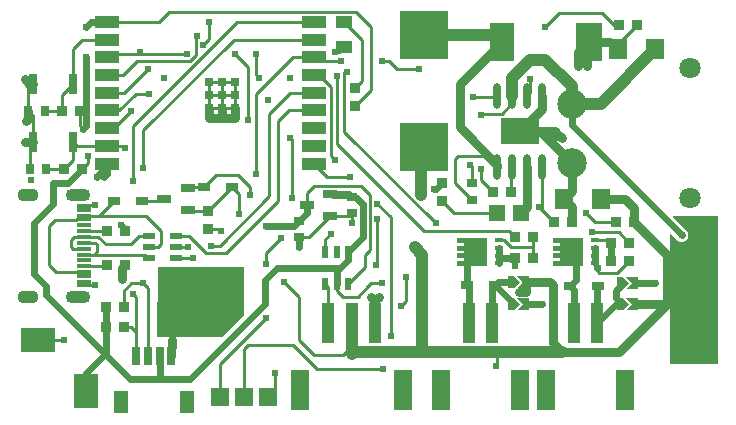
<source format=gtl>
G04 Layer: TopLayer*
G04 EasyEDA v6.5.47, 2024-10-31 16:23:14*
G04 d01961b007cd42f0ad862483726119fd,f99730456eb041dfa0a19156df6b2b6d,10*
G04 Gerber Generator version 0.2*
G04 Scale: 100 percent, Rotated: No, Reflected: No *
G04 Dimensions in millimeters *
G04 leading zeros omitted , absolute positions ,4 integer and 5 decimal *
%FSLAX45Y45*%
%MOMM*%

%AMMACRO1*21,1,$1,$2,0,0,$3*%
%AMMACRO2*4,1,5,-0.508,0.508,0,0.508,0.508,0,0,-0.508,-0.508,-0.508,-0.508,0.508,0*%
%AMMACRO3*4,1,5,-0.508,0.508,0.508,0.508,0.508,-0.508,-0.508,-0.508,0,0,-0.508,0.508,0*%
%AMMACRO4*4,1,22,1.2641,-1.2243,-0.6638,-1.2243,-0.6638,-1.176,-1.2641,-1.176,-1.2641,-0.7747,-0.6638,-0.7747,-0.6638,-0.5258,-1.2641,-0.5258,-1.2641,-0.1245,-0.6638,-0.1245,-0.6638,0.1245,-1.2641,0.1245,-1.2641,0.5258,-0.6638,0.5258,-0.6638,0.7747,-1.2641,0.7747,-0.6638,0.7747,-1.2641,0.7747,-1.2641,1.176,-0.6638,1.176,-0.6638,1.2243,1.2641,1.2243,1.2641,-1.2243,0*%
%ADD10C,0.2540*%
%ADD11C,0.6000*%
%ADD12C,0.8000*%
%ADD13C,1.0000*%
%ADD14R,0.9000X0.8000*%
%ADD15R,0.8000X0.9000*%
%ADD16MACRO1,1.35X1.41X90.0000*%
%ADD17R,1.0000X0.7500*%
%ADD18R,1.0720X0.5320*%
%ADD19MACRO1,3.24X2.1575X90.0000*%
%ADD20R,2.1575X3.2400*%
%ADD21R,1.0000X3.5000*%
%ADD22R,1.5000X3.5000*%
%ADD23MACRO2*%
%ADD24MACRO3*%
%ADD25R,4.1000X4.0500*%
%ADD26R,1.2500X0.7000*%
%ADD27R,0.8000X1.7000*%
%ADD28R,0.7500X0.3500*%
%ADD29MACRO4*%
%ADD30R,2.0000X1.0000*%
%ADD31R,0.7000X0.7000*%
%ADD32MACRO1,1.1989X1.8009X0.0000*%
%ADD33MACRO1,0.5994X1.5494X0.0000*%
%ADD34MACRO1,0.602X1.5494X0.0000*%
%ADD35MACRO1,1.2014X1.8009X0.0000*%
%ADD36R,3.3000X2.3000*%
%ADD37O,0.6999986X2.1999956000000003*%
%ADD38MACRO1,1.728X1.485X90.0000*%
%ADD39R,0.6000X1.1000*%
%ADD40R,1.1500X0.3000*%
%ADD41MACRO1,0.3X1.15X-90.0000*%
%ADD42R,1.5240X1.5240*%
%ADD43MACRO1,1X1.3995X90.0000*%
%ADD44R,1.3995X1.0000*%
%ADD45R,2.0000X3.0000*%
%ADD46R,3.0000X2.0000*%
%ADD47MACRO1,0.864X0.8065X-90.0000*%
%ADD48MACRO1,0.864X0.8065X90.0000*%
%ADD49MACRO1,0.864X0.8065X0.0000*%
%ADD50R,0.8640X0.8065*%
%ADD51C,2.5000*%
%ADD52C,1.8000*%
%ADD53O,2.0999958X1.0999978000000001*%
%ADD54O,1.7999964X1.0999978000000001*%
%ADD55C,0.6200*%
%ADD56C,0.0192*%

%LPD*%
G36*
X1229563Y-2819400D02*
G01*
X1225651Y-2818587D01*
X1222298Y-2816352D01*
X1220114Y-2812999D01*
X1219403Y-2809036D01*
X1231696Y-2232456D01*
X1232509Y-2228646D01*
X1234744Y-2225395D01*
X1237996Y-2223262D01*
X1241856Y-2222500D01*
X1945639Y-2222500D01*
X1949551Y-2223262D01*
X1952802Y-2225497D01*
X1955038Y-2228748D01*
X1955800Y-2232660D01*
X1955800Y-2634538D01*
X1955038Y-2638399D01*
X1952802Y-2641701D01*
X1778101Y-2816402D01*
X1774799Y-2818638D01*
X1770938Y-2819400D01*
G37*

%LPD*%
G36*
X5572760Y-3048000D02*
G01*
X5568848Y-3047238D01*
X5565597Y-3045002D01*
X5563362Y-3041751D01*
X5562600Y-3037840D01*
X5562600Y-1957781D01*
X5563362Y-1953920D01*
X5565597Y-1950618D01*
X5568848Y-1948383D01*
X5572760Y-1947621D01*
X5576671Y-1948383D01*
X5579922Y-1950618D01*
X5617108Y-1987804D01*
X5623153Y-1995170D01*
X5630367Y-2001520D01*
X5638596Y-2006600D01*
X5647537Y-2010156D01*
X5656986Y-2012188D01*
X5666638Y-2012645D01*
X5676188Y-2011375D01*
X5685383Y-2008581D01*
X5694019Y-2004212D01*
X5701792Y-1998472D01*
X5708446Y-1991512D01*
X5713831Y-1983536D01*
X5717844Y-1974748D01*
X5720232Y-1965401D01*
X5721096Y-1955800D01*
X5720232Y-1946198D01*
X5717844Y-1936851D01*
X5713831Y-1928063D01*
X5708446Y-1920087D01*
X5701792Y-1913128D01*
X5696610Y-1909165D01*
X5595518Y-1808022D01*
X5593283Y-1804771D01*
X5592521Y-1800860D01*
X5593283Y-1796948D01*
X5595518Y-1793697D01*
X5598820Y-1791462D01*
X5602681Y-1790700D01*
X5963920Y-1790700D01*
X5967831Y-1791462D01*
X5971082Y-1793697D01*
X5973318Y-1796948D01*
X5974080Y-1800860D01*
X5974080Y-3037840D01*
X5973318Y-3041751D01*
X5971082Y-3045002D01*
X5967831Y-3047238D01*
X5963920Y-3048000D01*
G37*

%LPD*%
D10*
X1104900Y-2362200D02*
G01*
X1003300Y-2362200D01*
X938936Y-2426563D01*
X938936Y-2565400D01*
X938936Y-2730500D02*
G01*
X998743Y-2730500D01*
X1043812Y-2775569D01*
X1016000Y-2451100D02*
G01*
X1043812Y-2478912D01*
X1043812Y-2981264D01*
D11*
X788263Y-2730500D02*
G01*
X788263Y-2955310D01*
X779586Y-2963986D01*
X788263Y-2565400D02*
G01*
X788263Y-2730500D01*
X1155700Y-3175000D02*
G01*
X1498600Y-3175000D01*
X2133600Y-2540000D01*
X2133600Y-2336800D01*
X2235200Y-2235200D01*
X2768600Y-2235200D01*
X2838195Y-2165604D01*
X2838195Y-2100326D01*
X779586Y-2963986D02*
G01*
X622300Y-3121273D01*
X622300Y-3276600D01*
D10*
X1562100Y-266700D02*
G01*
X1549400Y-279400D01*
X1549400Y-431800D01*
X1498600Y-482600D01*
X1054100Y-482600D01*
X937412Y-599287D01*
X801395Y-599287D01*
X2806700Y-359029D02*
G01*
X2759329Y-406400D01*
X2730500Y-406400D01*
X2895600Y-862736D02*
G01*
X3035300Y-723036D01*
X3035300Y-190500D01*
X2908300Y-63500D01*
X1320800Y-63500D01*
X1234998Y-149301D01*
X801395Y-149301D01*
X2806700Y-148970D02*
G01*
X2959100Y-301370D01*
X2959100Y-648563D01*
X2895600Y-712063D01*
X3581400Y-1854200D02*
G01*
X2806700Y-1079500D01*
X2806700Y-571500D01*
X2832100Y-571500D01*
X2838195Y-2370201D02*
G01*
X2984500Y-2223896D01*
X2984500Y-2120900D01*
X3022600Y-2082800D01*
X3022600Y-1612900D01*
X2946400Y-1536700D01*
X2552700Y-1536700D01*
X2490800Y-1598599D01*
X2490800Y-1701800D01*
X2730500Y-1320800D02*
G01*
X2692400Y-1282700D01*
X2692400Y-698500D01*
X2593187Y-599287D01*
X2551404Y-599287D01*
X3073400Y-2209800D02*
G01*
X3086100Y-2197100D01*
X3086100Y-1816100D01*
X2159000Y-3327400D02*
G01*
X2222500Y-3263900D01*
X2222500Y-3124200D01*
X3136900Y-3086100D02*
G01*
X2578100Y-3086100D01*
X2374900Y-2882900D01*
X1993900Y-2882900D01*
X1955800Y-2921000D01*
X1955800Y-3327400D01*
X3086100Y-1689100D02*
G01*
X3200400Y-1803400D01*
X3200400Y-2806700D01*
X2551404Y-1349298D02*
G01*
X2662605Y-1460500D01*
X2857500Y-1460500D01*
X2146300Y-2654300D02*
G01*
X1752600Y-3048000D01*
X1752600Y-3327400D01*
X2273300Y-1981200D02*
G01*
X2146300Y-2108200D01*
X2146300Y-2197100D01*
X2551404Y-449300D02*
G01*
X2370099Y-449300D01*
X2057400Y-762000D01*
X2057400Y-1435100D01*
X1879600Y-419100D02*
G01*
X1993900Y-533400D01*
X1993900Y-977900D01*
X1993900Y-977900D01*
X2551429Y-299212D02*
G01*
X1872487Y-299212D01*
X1104900Y-1066800D01*
X1104900Y-1384300D01*
X1485900Y-2057400D02*
G01*
X1384909Y-2057400D01*
X1765300Y-1917700D02*
G01*
X1751736Y-1904136D01*
X1651000Y-1904136D01*
X2870200Y-1771802D02*
G01*
X2870200Y-1854200D01*
X605510Y-1709699D02*
G01*
X613410Y-1701800D01*
X698500Y-1701800D01*
X605510Y-2379700D02*
G01*
X610311Y-2374900D01*
X698500Y-2374900D01*
X605536Y-2299690D02*
G01*
X605536Y-2269693D01*
X860640Y-1663700D02*
G01*
X734631Y-1789709D01*
X605510Y-1789709D01*
X605510Y-1789709D02*
G01*
X1129309Y-1789709D01*
X1257300Y-1917700D01*
X1257300Y-2032000D01*
X1231900Y-2057400D01*
X1155090Y-2057400D01*
D11*
X3632200Y-1512163D02*
G01*
X3582263Y-1562100D01*
X3568700Y-1562100D01*
X2425700Y-2057400D02*
G01*
X2425700Y-1975002D01*
X914400Y-1866900D02*
G01*
X951636Y-1904136D01*
X951636Y-1917700D01*
X711200Y-1460500D02*
G01*
X801395Y-1370304D01*
X801395Y-1349298D01*
X774700Y-1460500D02*
G01*
X801395Y-1433804D01*
X801395Y-1349298D01*
X2425700Y-1834997D02*
G01*
X2381097Y-1879600D01*
X2146300Y-1879600D01*
X2425700Y-1834997D02*
G01*
X2490800Y-1769897D01*
X2490800Y-1701800D02*
G01*
X2490800Y-1769897D01*
X1243837Y-2981197D02*
G01*
X1243329Y-3175000D01*
X2870200Y-1631797D02*
G01*
X2845206Y-1606804D01*
X2690799Y-1606804D01*
X2870200Y-1631797D02*
G01*
X2901797Y-1631797D01*
X2964510Y-1694510D01*
X2964510Y-1973884D01*
X2838195Y-2100198D01*
X2768600Y-2235200D02*
G01*
X2743200Y-2260600D01*
X2743200Y-2370201D01*
X583437Y-1397000D02*
G01*
X469137Y-1511300D01*
X342900Y-1511300D01*
X342900Y-1689100D01*
X177800Y-1854200D01*
X177800Y-2286000D01*
X279400Y-2387600D01*
X279400Y-2463800D01*
X990600Y-3175000D01*
X1155700Y-3175000D01*
X596900Y-1054100D02*
G01*
X622300Y-1028700D01*
X622300Y-444500D01*
X622300Y-190500D02*
G01*
X663498Y-149301D01*
X801395Y-149301D01*
D12*
X101600Y-635000D02*
G01*
X139700Y-673100D01*
X172897Y-673100D01*
X114300Y-990600D02*
G01*
X133197Y-971702D01*
X133197Y-901700D01*
X172897Y-1168400D02*
G01*
X101600Y-1168400D01*
X951636Y-2209800D02*
G01*
X927100Y-2234336D01*
X927100Y-2324100D01*
X1346200Y-2844800D02*
G01*
X1343913Y-2981197D01*
X3098800Y-2476500D02*
G01*
X3070199Y-2505100D01*
X3070199Y-2699499D01*
X3035300Y-2476500D02*
G01*
X3070199Y-2511399D01*
X3070199Y-2699499D01*
D10*
X3098800Y-2476500D02*
G01*
X3070199Y-2505100D01*
X3070199Y-2699499D01*
X3035300Y-2476500D02*
G01*
X3070199Y-2511399D01*
X3070199Y-2699499D01*
X2349500Y-1130300D02*
G01*
X2362200Y-1143000D01*
X2362200Y-1638300D01*
X801395Y-449300D02*
G01*
X831595Y-419100D01*
X1473200Y-419100D01*
X2648204Y-2100198D02*
G01*
X2648204Y-1987295D01*
X2692400Y-1943100D01*
D12*
X1778000Y-965200D02*
G01*
X1772386Y-959586D01*
X1772386Y-879297D01*
X1663700Y-965200D02*
G01*
X1662429Y-879347D01*
X1778000Y-965200D02*
G01*
X1663700Y-965200D01*
X1879600Y-965200D02*
G01*
X1778000Y-965200D01*
X1882394Y-879297D02*
G01*
X1879600Y-882091D01*
X1879600Y-965200D01*
X4877130Y-317500D02*
G01*
X4787900Y-406730D01*
X4787900Y-520700D01*
X4877130Y-317500D02*
G01*
X4864100Y-330530D01*
X4864100Y-520700D01*
X4648200Y-1130300D02*
G01*
X4636983Y-1119083D01*
X4509284Y-1119083D01*
X4597400Y-1079500D02*
G01*
X4592320Y-1074420D01*
X4464621Y-1074420D01*
D13*
X3403600Y-2057400D02*
G01*
X3467648Y-2121448D01*
X3467648Y-2946400D01*
X3479800Y-1209090D02*
G01*
X3454400Y-1234490D01*
X3454400Y-1616786D01*
X2870200Y-2699499D02*
G01*
X2870200Y-2959100D01*
X2882900Y-2946400D01*
X4648200Y-2946400D01*
D12*
X5537200Y-2540000D02*
G01*
X5130800Y-2946400D01*
X4648200Y-2946400D01*
X4572000Y-2870200D01*
X4572000Y-2374900D01*
X4546600Y-2349500D01*
X4348048Y-2349500D01*
X4348048Y-2433751D01*
X4286656Y-2433751D01*
D10*
X5218836Y-2171700D02*
G01*
X5117236Y-2273300D01*
X4965700Y-2273300D01*
X4929352Y-2236952D01*
X4929352Y-2192997D01*
X4457700Y-1714500D02*
G01*
X4483100Y-1739137D01*
X5106268Y-1841500D02*
G01*
X4927600Y-1841500D01*
X4851400Y-1765300D01*
X5282336Y-177800D02*
G01*
X5123941Y-336194D01*
X5123941Y-381000D01*
X4102100Y-1381760D02*
G01*
X4003040Y-1282700D01*
X3771900Y-1282700D01*
X3746500Y-1308100D01*
X3746500Y-1517802D01*
X3886200Y-1657502D01*
X3962400Y-939800D02*
G01*
X3975100Y-927100D01*
X4140200Y-927100D01*
X4229100Y-838200D01*
X4229100Y-777239D01*
X4064863Y-1587500D02*
G01*
X3962400Y-1485036D01*
X3962400Y-1397000D01*
X3873500Y-1358900D02*
G01*
X3886200Y-1371600D01*
X3886200Y-1517497D01*
X4102100Y-777239D02*
G01*
X4091940Y-787400D01*
X3898900Y-787400D01*
D12*
X4139869Y-317500D02*
G01*
X3784600Y-672769D01*
X3784600Y-1041400D01*
X4102100Y-1358900D01*
X4102100Y-1381760D01*
X4292600Y-1074420D02*
G01*
X4464621Y-1074420D01*
X4732400Y-1342199D01*
X4483100Y-777239D02*
G01*
X4483100Y-883920D01*
X4292600Y-1074420D01*
X5123941Y-381000D02*
G01*
X5060441Y-317500D01*
X4877130Y-317500D01*
D10*
X1143000Y-546100D02*
G01*
X939800Y-749300D01*
X801395Y-749300D01*
X5218836Y-2019300D02*
G01*
X5129936Y-1930400D01*
X4902200Y-1930400D01*
X4116552Y-1998002D02*
G01*
X4157002Y-1998002D01*
X4215500Y-2056500D01*
X4406036Y-2056500D01*
X4406036Y-1968500D02*
G01*
X4406036Y-2146300D01*
X4929352Y-1998002D02*
G01*
X5046865Y-1998002D01*
X5068163Y-2019300D01*
D11*
X5068163Y-2171700D02*
G01*
X5068163Y-2019300D01*
X4929352Y-2127999D02*
G01*
X4929352Y-2192997D01*
X4929352Y-2063000D02*
G01*
X4929352Y-2127999D01*
X4116552Y-2127999D02*
G01*
X4134853Y-2146300D01*
X4255363Y-2146300D01*
X4116552Y-2127999D02*
G01*
X4116552Y-2192997D01*
X4116552Y-2063000D02*
G01*
X4116552Y-2127999D01*
X3845140Y-2374900D02*
G01*
X3862400Y-2392159D01*
X3862400Y-2699486D01*
X3960647Y-2095258D02*
G01*
X3845140Y-2210765D01*
X3845140Y-2374900D01*
X4721440Y-2387600D02*
G01*
X4773447Y-2335593D01*
X4773447Y-2095258D01*
X4721440Y-2387600D02*
G01*
X4751400Y-2417559D01*
X4751400Y-2699486D01*
X4079659Y-2374900D02*
G01*
X4105059Y-2349500D01*
X4241800Y-2349500D01*
X4241800Y-2540000D02*
G01*
X4079659Y-2377859D01*
X4079659Y-2374900D01*
X4079659Y-2374900D02*
G01*
X4062399Y-2392159D01*
X4062399Y-2699486D01*
X4955959Y-2387600D02*
G01*
X4951399Y-2392159D01*
X4951399Y-2699486D01*
X4483100Y-2540000D02*
G01*
X4343400Y-2540000D01*
X5664200Y-1955800D02*
G01*
X4732400Y-1024001D01*
X4732400Y-842200D01*
X5270500Y-2362200D02*
G01*
X5435600Y-2362200D01*
X4951399Y-2699486D02*
G01*
X5110886Y-2540000D01*
X5168900Y-2540000D01*
X5168900Y-2362200D02*
G01*
X5105400Y-2425700D01*
X5105400Y-2489200D01*
X5156200Y-2540000D01*
X5168900Y-2540000D01*
D12*
X5257038Y-1841500D02*
G01*
X5537200Y-2121662D01*
X5537200Y-2540000D01*
X5275072Y-2540000D01*
X4666741Y-1651000D02*
G01*
X4736236Y-1720494D01*
X4736236Y-1841500D01*
X4985258Y-1651000D02*
G01*
X5181600Y-1651000D01*
X5256936Y-1726336D01*
X5256936Y-1841500D01*
X4666741Y-1651000D02*
G01*
X4732400Y-1585340D01*
X4732400Y-1342199D01*
X4356100Y-1381760D02*
G01*
X4356100Y-1712899D01*
X4303699Y-1765300D01*
D10*
X3632200Y-1662836D02*
G01*
X3734663Y-1765300D01*
X4103700Y-1765300D01*
X4483100Y-1381760D02*
G01*
X4483100Y-1739036D01*
X4585563Y-1841500D01*
X4229100Y-1381760D02*
G01*
X4215536Y-1395323D01*
X4215536Y-1587500D01*
X4508500Y-190500D02*
G01*
X4622800Y-76200D01*
X4991100Y-76200D01*
X5092700Y-177800D01*
X5131663Y-177800D01*
X4356100Y-777239D02*
G01*
X4381500Y-751839D01*
X4381500Y-635000D01*
D13*
X4229100Y-777239D02*
G01*
X4229100Y-622300D01*
X4381500Y-469900D01*
X4508500Y-469900D01*
X4732274Y-693673D01*
X4732274Y-842263D01*
X4732400Y-842200D02*
G01*
X4981257Y-842200D01*
X5442458Y-381000D01*
X4139869Y-317500D02*
G01*
X4086479Y-264109D01*
X3479800Y-264109D01*
D10*
X1104900Y-2362200D02*
G01*
X1143888Y-2401188D01*
X1143888Y-2981261D01*
X2551404Y-149301D02*
G01*
X1895398Y-149301D01*
X1041400Y-1003300D01*
X1016000Y-1028700D01*
X1016000Y-1498600D01*
X2298700Y-2349500D02*
G01*
X2425700Y-2476500D01*
X2425700Y-2844800D01*
X2552700Y-2971800D01*
X2794000Y-2971800D01*
X2870200Y-2895600D01*
X2870200Y-2699499D01*
X1857159Y-1549400D02*
G01*
X1917700Y-1609940D01*
X1917700Y-1778000D01*
X2648204Y-2370201D02*
G01*
X2670200Y-2392197D01*
X2670200Y-2699499D01*
X2690799Y-1796795D02*
G01*
X2512593Y-1975002D01*
X2425700Y-1975002D01*
X2870200Y-1771802D02*
G01*
X2845206Y-1796795D01*
X2690799Y-1796795D01*
X2690799Y-1606804D02*
G01*
X2715793Y-1631797D01*
X2870200Y-1631797D01*
X2006600Y-1612900D02*
G01*
X2006600Y-1549400D01*
X1905000Y-1447800D01*
X1724240Y-1447800D01*
X1622640Y-1549400D01*
X2425700Y-1834997D02*
G01*
X2381097Y-1879600D01*
X2146300Y-1879600D01*
X2425700Y-1834997D02*
G01*
X2490800Y-1769897D01*
X2490800Y-1701800D01*
X1772386Y-769289D02*
G01*
X1772386Y-879297D01*
X1662404Y-659282D02*
G01*
X1772386Y-659282D01*
X1662404Y-659282D02*
G01*
X1662404Y-769289D01*
X1772386Y-769289D02*
G01*
X1662404Y-769289D01*
X1882394Y-659282D02*
G01*
X1882394Y-769289D01*
X1772386Y-659282D02*
G01*
X1882394Y-659282D01*
X1772386Y-769289D02*
G01*
X1772386Y-659282D01*
X1882394Y-769289D02*
G01*
X1772386Y-769289D01*
X1882394Y-879297D02*
G01*
X1882394Y-769289D01*
X1772386Y-879297D02*
G01*
X1882394Y-879297D01*
X1662404Y-879297D02*
G01*
X1772386Y-879297D01*
X1662404Y-769289D02*
G01*
X1662404Y-879297D01*
X596900Y-1054100D02*
G01*
X570636Y-1027836D01*
X570636Y-901700D01*
X583336Y-1397000D02*
G01*
X635000Y-1345336D01*
X635000Y-1282700D01*
X133197Y-901700D02*
G01*
X172897Y-941400D01*
X172897Y-1168400D01*
X172897Y-673100D02*
G01*
X133197Y-712800D01*
X133197Y-901700D01*
X801395Y-299288D02*
G01*
X589711Y-299288D01*
X508000Y-381000D01*
X512902Y-385902D01*
X512902Y-673100D01*
X512902Y-673100D02*
G01*
X419963Y-766038D01*
X419963Y-901700D01*
X273202Y-901700D02*
G01*
X419963Y-901700D01*
X285902Y-1397000D02*
G01*
X432663Y-1397000D01*
X432663Y-1397000D02*
G01*
X512902Y-1316761D01*
X512902Y-1168400D01*
X172897Y-1168400D02*
G01*
X145897Y-1195400D01*
X145897Y-1397000D01*
X512902Y-1168400D02*
G01*
X543788Y-1199286D01*
X801395Y-1199286D01*
X1857247Y-1549400D02*
G01*
X1651000Y-1753362D01*
X1484299Y-1556004D02*
G01*
X1490903Y-1549400D01*
X1622640Y-1549400D01*
X1484299Y-1745995D02*
G01*
X1491767Y-1753463D01*
X1651000Y-1753463D01*
X1284300Y-1651000D02*
G01*
X1271600Y-1663700D01*
X1095159Y-1663700D01*
X1524000Y-2146300D02*
G01*
X1517904Y-2152395D01*
X1384909Y-2152395D01*
X2551404Y-749300D02*
G01*
X2349500Y-749300D01*
X2184400Y-914400D01*
X2171700Y-927100D01*
X2171700Y-1625600D01*
X1752600Y-2044700D01*
X1676400Y-2044700D01*
X605510Y-2119706D02*
G01*
X1122400Y-2119706D01*
X1155090Y-2152395D01*
X1155192Y-1962404D02*
G01*
X1072895Y-1962404D01*
X1003300Y-2032000D01*
X787400Y-2032000D01*
X722629Y-1969770D01*
X605536Y-1969770D01*
X800963Y-2209800D02*
G01*
X791057Y-2219705D01*
X605510Y-2219705D01*
X800862Y-1917700D02*
G01*
X605536Y-1919731D01*
X605510Y-2019706D02*
G01*
X698906Y-2019706D01*
X711200Y-2032000D01*
X711200Y-2095500D01*
X686993Y-2119706D01*
X605510Y-2119706D01*
X605536Y-1969770D02*
G01*
X519429Y-1969770D01*
X495300Y-1993900D01*
X495300Y-2057400D01*
X508507Y-2069592D01*
X605536Y-2069592D01*
X801395Y-1049299D02*
G01*
X855700Y-1049299D01*
X1003300Y-901700D01*
X801395Y-1199286D02*
G01*
X932586Y-1199286D01*
X952500Y-1219200D01*
X2551404Y-449300D02*
G01*
X2584704Y-482600D01*
X2781300Y-482600D01*
X3124200Y-482600D02*
G01*
X3187700Y-482600D01*
X3251200Y-546100D01*
X3441700Y-546100D01*
X1155700Y-762000D02*
G01*
X1041400Y-762000D01*
X904112Y-899287D01*
X801395Y-899287D01*
X2057400Y-419100D02*
G01*
X2057400Y-596900D01*
X2082800Y-622300D01*
X1663700Y-152400D02*
G01*
X1663700Y-292100D01*
X1612900Y-342900D01*
X4255261Y-1968500D02*
G01*
X4204461Y-1917700D01*
X3479800Y-1917700D01*
X2743200Y-1181100D01*
X2743200Y-609600D01*
X1384807Y-1962404D02*
G01*
X1492504Y-1962404D01*
X1638300Y-2108200D01*
X1803400Y-2108200D01*
X2247900Y-1663700D01*
X2247900Y-990600D01*
X2339340Y-899413D01*
X2551429Y-899413D01*
X605536Y-1789684D02*
G01*
X572515Y-1789684D01*
X533400Y-1828800D01*
X355600Y-1828800D01*
X304800Y-1879600D01*
X304800Y-2209800D01*
X364744Y-2269744D01*
X605536Y-2269744D01*
X431800Y-2844800D02*
G01*
X215900Y-2844800D01*
X4089400Y-3060700D02*
G01*
X4102341Y-3047758D01*
X4102341Y-2946400D01*
X2743200Y-2370201D02*
G01*
X2743200Y-2425700D01*
X2794000Y-2476500D01*
X2921000Y-2476500D01*
X3009900Y-2387600D01*
X3035300Y-2362200D01*
X3124200Y-2362200D01*
X3289300Y-2552700D02*
G01*
X3327400Y-2514600D01*
X3327400Y-2311400D01*
X4255008Y-2212339D02*
G01*
X4255261Y-2146300D01*
X4953000Y-2235200D02*
G01*
X4929327Y-2211527D01*
X4929327Y-2193010D01*
D14*
G01*
X2425700Y-1834997D03*
G01*
X2425700Y-1975002D03*
G01*
X2870200Y-1631797D03*
G01*
X2870200Y-1771802D03*
G01*
X3886200Y-1517497D03*
G01*
X3886200Y-1657502D03*
D15*
G01*
X285902Y-1397000D03*
G01*
X145897Y-1397000D03*
G01*
X273202Y-901700D03*
G01*
X133197Y-901700D03*
D16*
G01*
X4303702Y-1765300D03*
G01*
X4103697Y-1765300D03*
D17*
G01*
X860653Y-1663700D03*
G01*
X1095146Y-1663700D03*
G01*
X3845153Y-2374900D03*
G01*
X4079646Y-2374900D03*
G01*
X1857146Y-1549400D03*
G01*
X1622653Y-1549400D03*
G01*
X4721453Y-2387600D03*
G01*
X4955946Y-2387600D03*
D18*
G01*
X1384909Y-2152395D03*
G01*
X1384909Y-2057400D03*
G01*
X1384909Y-1962404D03*
G01*
X1155090Y-1962404D03*
G01*
X1155090Y-2057400D03*
G01*
X1155090Y-2152395D03*
D19*
G01*
X4877123Y-317500D03*
D20*
G01*
X4139869Y-317500D03*
D21*
G01*
X3862400Y-2699486D03*
G01*
X4062399Y-2699486D03*
D22*
G01*
X3627399Y-3269487D03*
G01*
X4297400Y-3269487D03*
D21*
G01*
X4751400Y-2699486D03*
G01*
X4951399Y-2699486D03*
D22*
G01*
X4516399Y-3269487D03*
G01*
X5186400Y-3269487D03*
D23*
G01*
X5168900Y-2362200D03*
D24*
G01*
X5245100Y-2362200D03*
D23*
G01*
X5168900Y-2540000D03*
D24*
G01*
X5245100Y-2540000D03*
D23*
G01*
X4241800Y-2540000D03*
D24*
G01*
X4318000Y-2540000D03*
D23*
G01*
X4241800Y-2349500D03*
D24*
G01*
X4318000Y-2349500D03*
D25*
G01*
X3479800Y-264109D03*
G01*
X3479800Y-1209090D03*
D26*
G01*
X1484299Y-1745995D03*
G01*
X1484299Y-1556004D03*
G01*
X1284300Y-1651000D03*
D27*
G01*
X512902Y-1168400D03*
G01*
X172897Y-1168400D03*
G01*
X512902Y-673100D03*
G01*
X172897Y-673100D03*
D22*
G01*
X2435199Y-3269487D03*
D21*
G01*
X3070199Y-2699486D03*
G01*
X2870200Y-2699486D03*
G01*
X2670200Y-2699486D03*
D22*
G01*
X3305200Y-3269487D03*
D26*
G01*
X2690799Y-1796795D03*
G01*
X2690799Y-1606804D03*
G01*
X2490800Y-1701800D03*
D28*
G01*
X4116527Y-1998014D03*
G01*
X4116527Y-2063013D03*
G01*
X4116527Y-2127986D03*
G01*
X4116527Y-2193010D03*
D29*
G01*
X3892054Y-2095309D03*
D28*
G01*
X4929327Y-1998014D03*
G01*
X4929327Y-2063013D03*
G01*
X4929327Y-2127986D03*
G01*
X4929327Y-2193010D03*
D29*
G01*
X4704854Y-2095309D03*
D30*
G01*
X801395Y-149301D03*
G01*
X801395Y-299288D03*
G01*
X801395Y-449300D03*
G01*
X801395Y-599287D03*
G01*
X801395Y-749300D03*
G01*
X801395Y-899287D03*
G01*
X801395Y-1049299D03*
G01*
X801395Y-1199286D03*
G01*
X801395Y-1349298D03*
G01*
X2551404Y-1349298D03*
G01*
X2551404Y-1199286D03*
G01*
X2551404Y-1049299D03*
G01*
X2551404Y-899287D03*
G01*
X2551404Y-749300D03*
G01*
X2551404Y-599287D03*
G01*
X2551404Y-449300D03*
G01*
X2551404Y-299288D03*
G01*
X2551404Y-149301D03*
D31*
G01*
X1662404Y-659282D03*
G01*
X1662404Y-769289D03*
G01*
X1662404Y-879297D03*
G01*
X1772386Y-659282D03*
G01*
X1772386Y-769289D03*
G01*
X1772386Y-879297D03*
G01*
X1882394Y-879297D03*
G01*
X1882394Y-769289D03*
G01*
X1882394Y-659282D03*
D32*
G01*
X913757Y-3368725D03*
D33*
G01*
X1343779Y-2981248D03*
D34*
G01*
X1243830Y-2981248D03*
D33*
G01*
X1143881Y-2981248D03*
G01*
X1043805Y-2981248D03*
D35*
G01*
X1473827Y-3368725D03*
D36*
G01*
X4292600Y-1074420D03*
D37*
G01*
X4483100Y-777239D03*
G01*
X4356100Y-777239D03*
G01*
X4229100Y-777239D03*
G01*
X4102100Y-777239D03*
G01*
X4483100Y-1381760D03*
G01*
X4356100Y-1381760D03*
G01*
X4229100Y-1381760D03*
G01*
X4102100Y-1381760D03*
D38*
G01*
X5442450Y-381000D03*
G01*
X5123949Y-381000D03*
G01*
X4985250Y-1651000D03*
G01*
X4666749Y-1651000D03*
D39*
G01*
X2648204Y-2100198D03*
G01*
X2743200Y-2100198D03*
G01*
X2838195Y-2100198D03*
G01*
X2838195Y-2370201D03*
G01*
X2743200Y-2370201D03*
G01*
X2648204Y-2370201D03*
D40*
G01*
X605510Y-2379700D03*
G01*
X605510Y-2349703D03*
G01*
X605536Y-2299690D03*
D41*
G01*
X605539Y-2269699D03*
D40*
G01*
X605510Y-2219705D03*
G01*
X605612Y-2169668D03*
G01*
X605510Y-2119706D03*
G01*
X605510Y-2069693D03*
G01*
X605510Y-2019706D03*
G01*
X605510Y-1969693D03*
G01*
X605510Y-1919706D03*
G01*
X605612Y-1869694D03*
G01*
X605510Y-1819706D03*
G01*
X605510Y-1789709D03*
G01*
X605510Y-1739696D03*
G01*
X605510Y-1709699D03*
D42*
G01*
X1955800Y-3327400D03*
G01*
X1752600Y-3327400D03*
G01*
X2159000Y-3327400D03*
D43*
G01*
X2806700Y-359028D03*
D44*
G01*
X2806700Y-148970D03*
D45*
G01*
X622300Y-3276600D03*
D46*
G01*
X215900Y-2844800D03*
D47*
G01*
X788275Y-2730500D03*
G01*
X938924Y-2730500D03*
G01*
X788275Y-2565400D03*
G01*
X938924Y-2565400D03*
G01*
X800975Y-2209800D03*
G01*
X951624Y-2209800D03*
D48*
G01*
X951624Y-1917700D03*
G01*
X800975Y-1917700D03*
G01*
X583324Y-1397000D03*
G01*
X432675Y-1397000D03*
G01*
X5218824Y-2171700D03*
G01*
X5068175Y-2171700D03*
G01*
X570624Y-901700D03*
G01*
X419975Y-901700D03*
D47*
G01*
X4255375Y-2146300D03*
G01*
X4406024Y-2146300D03*
D49*
G01*
X1651000Y-1753475D03*
D50*
G01*
X1651000Y-1904136D03*
D47*
G01*
X5068175Y-2019300D03*
G01*
X5218824Y-2019300D03*
D48*
G01*
X4215524Y-1587500D03*
G01*
X4064875Y-1587500D03*
D49*
G01*
X3632200Y-1662824D03*
D50*
G01*
X3632200Y-1512163D03*
D48*
G01*
X5282324Y-177800D03*
G01*
X5131675Y-177800D03*
G01*
X5256924Y-1841500D03*
G01*
X5106275Y-1841500D03*
G01*
X4736224Y-1841500D03*
G01*
X4585575Y-1841500D03*
G01*
X4406024Y-1968500D03*
G01*
X4255375Y-1968500D03*
D49*
G01*
X2895600Y-862724D03*
D50*
G01*
X2895600Y-712063D03*
D51*
G01*
X4732400Y-1342212D03*
G01*
X4732400Y-842213D03*
D52*
G01*
X5732399Y-542213D03*
G01*
X5732399Y-1642211D03*
D53*
G01*
X548995Y-1612696D03*
G01*
X548995Y-2476703D03*
D54*
G01*
X130987Y-2476703D03*
G01*
X130987Y-1612696D03*
D55*
G01*
X1676400Y-2044700D03*
G01*
X1524000Y-2146300D03*
G01*
X635000Y-1282700D03*
G01*
X596900Y-1054100D03*
G01*
X2146300Y-1879600D03*
G01*
X2006600Y-1612900D03*
G01*
X1917700Y-1778000D03*
G01*
X2298700Y-2349500D03*
G01*
X1016000Y-1498600D03*
G01*
X1016000Y-2451100D03*
G01*
X1104900Y-1384300D03*
G01*
X1104900Y-2362200D03*
G01*
X4381500Y-635000D03*
G01*
X4508500Y-190500D03*
G01*
X5435600Y-2362200D03*
G01*
X5664200Y-1955800D03*
G01*
X4483100Y-2540000D03*
G01*
X2743200Y-609600D03*
G01*
X1155700Y-762000D03*
G01*
X4902200Y-1930400D03*
G01*
X3581400Y-1854200D03*
G01*
X2832100Y-571500D03*
G01*
X1143000Y-546100D03*
G01*
X3898900Y-787400D03*
G01*
X3873500Y-1358900D03*
G01*
X3962400Y-1397000D03*
G01*
X3962400Y-939800D03*
G01*
X4787900Y-520700D03*
G01*
X4864100Y-520700D03*
G01*
X4851400Y-1765300D03*
G01*
X4457700Y-1714500D03*
G01*
X3454400Y-1616786D03*
G01*
X3403600Y-2057400D03*
G01*
X4597400Y-1079500D03*
G01*
X4648200Y-1130300D03*
G01*
X3568700Y-1562100D03*
G01*
X3035300Y-2476500D03*
G01*
X3098800Y-2476500D03*
G01*
X2870200Y-1854200D03*
G01*
X2425700Y-2057400D03*
G01*
X1765300Y-1917700D03*
G01*
X1485900Y-2057400D03*
G01*
X927100Y-2324100D03*
G01*
X914400Y-1866900D03*
G01*
X698500Y-1701800D03*
G01*
X698500Y-2374900D03*
G01*
X711200Y-1460500D03*
G01*
X774700Y-1460500D03*
G01*
X152400Y-1485900D03*
G01*
X101600Y-1168400D03*
G01*
X114300Y-990600D03*
G01*
X101600Y-635000D03*
G01*
X1663700Y-965200D03*
G01*
X1778000Y-965200D03*
G01*
X1879600Y-965200D03*
G01*
X2692400Y-1943100D03*
G01*
X1473200Y-419100D03*
G01*
X1879600Y-419100D03*
G01*
X1993900Y-977900D03*
G01*
X2349500Y-1130300D03*
G01*
X2362200Y-1638300D03*
G01*
X1346200Y-2844800D03*
G01*
X622300Y-444500D03*
G01*
X622300Y-190500D03*
G01*
X2057400Y-1435100D03*
G01*
X2273300Y-1981200D03*
G01*
X2146300Y-2197100D03*
G01*
X2146300Y-2654300D03*
G01*
X2857500Y-1460500D03*
G01*
X3086100Y-1689100D03*
G01*
X3200400Y-2806700D03*
G01*
X3136900Y-3086100D03*
G01*
X2222500Y-3124200D03*
G01*
X3073400Y-2209800D03*
G01*
X3086100Y-1816100D03*
G01*
X2730500Y-1320800D03*
G01*
X2730500Y-406400D03*
G01*
X1562100Y-266700D03*
G01*
X1003300Y-901700D03*
G01*
X952500Y-1219200D03*
G01*
X1079500Y-406400D03*
G01*
X2781300Y-482600D03*
G01*
X3124200Y-482600D03*
G01*
X3441700Y-546100D03*
G01*
X1663700Y-152400D03*
G01*
X2057400Y-419100D03*
G01*
X2159000Y-812800D03*
G01*
X2082800Y-622300D03*
G01*
X2349500Y-622300D03*
G01*
X1282700Y-622300D03*
G01*
X1612900Y-342900D03*
G01*
X431800Y-2844800D03*
G01*
X4089400Y-3060700D03*
G01*
X3124200Y-2362200D03*
G01*
X3289300Y-2552700D03*
G01*
X3327400Y-2311400D03*
G01*
X4254881Y-2212365D03*
G01*
X4953000Y-2235200D03*
M02*

</source>
